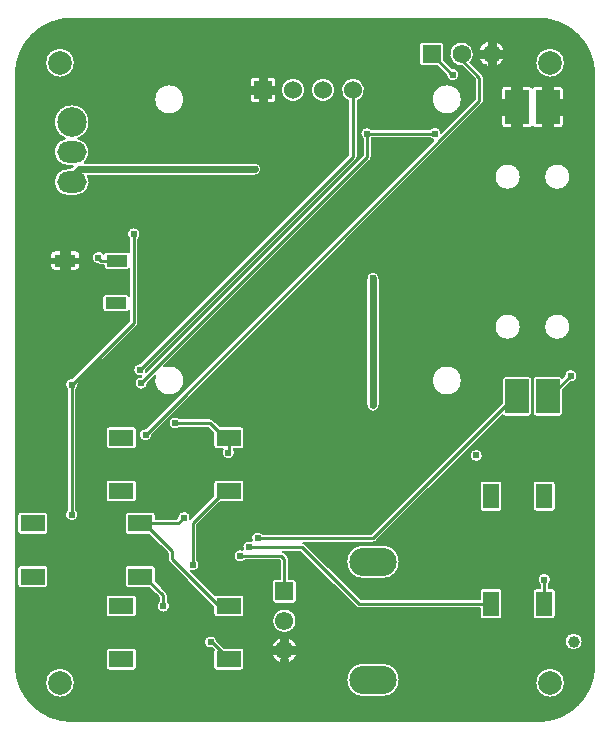
<source format=gtl>
G04 Layer: TopLayer*
G04 EasyEDA Pro v2.2.27.1, 2024-09-03 10:08:37*
G04 Gerber Generator version 0.3*
G04 Scale: 100 percent, Rotated: No, Reflected: No*
G04 Dimensions in millimeters*
G04 Leading zeros omitted, absolute positions, 3 integers and 5 decimals*
%FSLAX35Y35*%
%MOMM*%
%ADD10C,0.2032*%
%ADD11C,0.90508*%
%ADD12C,0.50508*%
%ADD13C,1.00508*%
%ADD14C,1.45508*%
%ADD15C,0.76708*%
%ADD16C,0.7801*%
%ADD17C,0.78008*%
%ADD18C,0.79248*%
%ADD19R,1.8X1.0*%
%ADD20R,2.1X1.40005*%
%ADD21R,1.524X1.524*%
%ADD22C,1.524*%
%ADD23R,1.40005X2.1*%
%ADD24R,1.55001X1.55001*%
%ADD25C,1.55001*%
%ADD26O,3.99999X2.4*%
%ADD27C,2.49999*%
%ADD28O,2.49999X1.8*%
%ADD29R,2.0X2.89999*%
%ADD30C,1.5748*%
%ADD31R,1.5748X1.5748*%
%ADD32C,2.0*%
%ADD33C,1.0*%
%ADD34C,0.61001*%
%ADD35C,0.6096*%
%ADD36C,0.254*%
%ADD37C,0.6*%
G75*


G04 Copper Start*
G36*
G01X25654Y5500000D02*
G02X500000Y5974346I474346J0D01*
G01X4450000Y5974346D01*
G02X4924346Y5500000I0J-474346D01*
G01X4924346Y500000D01*
G02X4450000Y25654I-474346J0D01*
G01X505310Y25654D01*
G03X499282Y26372I-6028J-24936D01*
G02X25654Y500000I0J473628D01*
G01X25654Y5500000D01*
G37*
%LPC*%
G36*
G01X39064Y1179852D02*
G03X64718Y1154198I25654J0D01*
G01X274718Y1154198D01*
G03X300372Y1179852I0J25654D01*
G01X300372Y1319857D01*
G03X274718Y1345511I-25654J0D01*
G01X64718Y1345511D01*
G03X39064Y1319857I0J-25654D01*
G01X39064Y1179852D01*
G37*
G36*
G01X39064Y1630143D02*
G03X64718Y1604489I25654J0D01*
G01X274718Y1604489D01*
G03X300372Y1630143I0J25654D01*
G01X300372Y1770148D01*
G03X274718Y1795802I-25654J0D01*
G01X64718Y1795802D01*
G03X39064Y1770148I0J-25654D01*
G01X39064Y1630143D01*
G37*
G36*
G01X274346Y5600000D02*
G03X525654Y5600000I125654J0D01*
G03X274346Y5600000I-125654J0D01*
G37*
G36*
G01X274346Y350000D02*
G03X525654Y350000I125654J0D01*
G03X274346Y350000I-125654J0D01*
G37*
G36*
G01X534698Y3839237D02*
G03X570512Y3875051I0J35814D01*
G01X570512Y3975051D01*
G03X534698Y4010865I-35814J0D01*
G01X354699Y4010865D01*
G03X318885Y3975051I0J-35814D01*
G01X318885Y3875051D01*
G03X354699Y3839237I35814J0D01*
G01X534698Y3839237D01*
G37*
G36*
G01X555292Y4957866D02*
G03X500000Y5248661I-55292J140140D01*
G03X444708Y4957866I0J-150654D01*
G03X465000Y4728353I20292J-113860D01*
G01X509640Y4728353D01*
G01X486947Y4705661D01*
G01X465000Y4705661D01*
G03X465000Y4474353I0J-115654D01*
G01X535000Y4474353D01*
G03X637093Y4644346I0J115654D01*
G01X2042520Y4644346D01*
G03X2106154Y4700000I7480J55654D01*
G03X2042520Y4755654I-56154J0D01*
G01X609630Y4755654D01*
G03X555292Y4957866I-74630J88353D01*
G37*
G36*
G01X448120Y2896489D02*
G03X461646Y2833985I51880J-21489D01*
G01X461646Y1816016D01*
G03X500000Y1718846I38354J-41016D01*
G03X538354Y1816016I0J56154D01*
G01X538354Y2833985D01*
G03X556123Y2876882I-38354J41016D01*
G01X1052120Y3372880D01*
G03X1063354Y3400000I-27120J27120D01*
G01X1063354Y4108984D01*
G03X1025000Y4206154I-38354J41016D01*
G03X986646Y4108984I0J-56154D01*
G01X986646Y3997848D01*
G03X974880Y4000705I-11766J-22797D01*
G01X794881Y4000705D01*
G03X770473Y3982948I0J-25654D01*
G03X674412Y3974376I-45473J-32948D01*
G03X727567Y3893905I50588J-24376D01*
G03X749949Y3886697I22382J31146D01*
G01X769227Y3886697D01*
G01X769227Y3875051D01*
G03X794881Y3849397I25654J0D01*
G01X974880Y3849397D01*
G03X986646Y3852254I0J25654D01*
G01X986646Y3628749D01*
G03X965000Y3640634I-21646J-13769D01*
G01X785000Y3640634D01*
G03X759346Y3614980I0J-25654D01*
G01X759346Y3514981D01*
G03X785000Y3489327I25654J0D01*
G01X965000Y3489327D01*
G03X986646Y3501212I0J25654D01*
G01X986646Y3415887D01*
G01X501882Y2931123D01*
G03X448120Y2896489I-1882J-56123D01*
G37*
G36*
G01X789064Y1904852D02*
G03X814718Y1879198I25654J0D01*
G01X1024718Y1879198D01*
G03X1050372Y1904852I0J25654D01*
G01X1050372Y2044857D01*
G03X1024718Y2070511I-25654J0D01*
G01X814718Y2070511D01*
G03X789064Y2044857I0J-25654D01*
G01X789064Y1904852D01*
G37*
G36*
G01X789064Y930143D02*
G03X814718Y904489I25654J0D01*
G01X1024718Y904489D01*
G03X1050372Y930143I0J25654D01*
G01X1050372Y1070148D01*
G03X1024718Y1095802I-25654J0D01*
G01X814718Y1095802D01*
G03X789064Y1070148I0J-25654D01*
G01X789064Y930143D01*
G37*
G36*
G01X789064Y479852D02*
G03X814718Y454198I25654J0D01*
G01X1024718Y454198D01*
G03X1050372Y479852I0J25654D01*
G01X1050372Y619857D01*
G03X1024718Y645511I-25654J0D01*
G01X814718Y645511D01*
G03X789064Y619857I0J-25654D01*
G01X789064Y479852D01*
G37*
G36*
G01X789064Y2355143D02*
G03X814718Y2329489I25654J0D01*
G01X1024718Y2329489D01*
G03X1050372Y2355143I0J25654D01*
G01X1050372Y2495148D01*
G03X1024718Y2520802I-25654J0D01*
G01X814718Y2520802D01*
G03X789064Y2495148I0J-25654D01*
G01X789064Y2355143D01*
G37*
G36*
G01X1236646Y1041016D02*
G03X1275000Y943846I38354J-41016D01*
G03X1313354Y1041016I0J56154D01*
G01X1313354Y1090160D01*
G03X1302120Y1117280I-38354J0D01*
G01X1210962Y1208439D01*
G01X1210962Y1319857D01*
G03X1185308Y1345511I-25654J0D01*
G01X975308Y1345511D01*
G03X949654Y1319857I0J-25654D01*
G01X949654Y1179852D01*
G03X975308Y1154198I25654J0D01*
G01X1156721Y1154198D01*
G01X1236646Y1074273D01*
G01X1236646Y1041016D01*
G37*
G36*
G01X1311646Y1449564D02*
G01X1311646Y1400000D01*
G03X1322880Y1372880I38354J0D01*
G01X1699654Y996105D01*
G01X1699654Y930143D01*
G03X1725308Y904489I25654J0D01*
G01X1935308Y904489D01*
G03X1960962Y930143I0J25654D01*
G01X1960962Y1070148D01*
G03X1935308Y1095802I-25654J0D01*
G01X1725308Y1095802D01*
G03X1712100Y1092141I0J-25654D01*
G01X1507646Y1296594D01*
G03X1573364Y1321466I17354J53406D01*
G03X1563354Y1391016I-48364J28534D01*
G01X1563354Y1688657D01*
G01X1753895Y1879198D01*
G01X1935308Y1879198D01*
G03X1960962Y1904852I0J25654D01*
G01X1960962Y2044857D01*
G03X1935308Y2070511I-25654J0D01*
G01X1725308Y2070511D01*
G03X1699654Y2044857I0J-25654D01*
G01X1699654Y1933439D01*
G01X1505029Y1738814D01*
G03X1454684Y1805959I-55029J11186D01*
G03X1393877Y1748118I-4684J-55959D01*
G01X1384259Y1738500D01*
G01X1210962Y1738500D01*
G01X1210962Y1770148D01*
G03X1185308Y1795802I-25654J0D01*
G01X975308Y1795802D01*
G03X949654Y1770148I0J-25654D01*
G01X949654Y1630143D01*
G03X975308Y1604489I25654J0D01*
G01X1156721Y1604489D01*
G01X1311646Y1449564D01*
G37*
G36*
G01X1019398Y2992146D02*
G03X1092353Y2946594I55602J7854D01*
G01X1089382Y2943623D01*
G03X1047793Y2847793I-1882J-56123D01*
G03X1143623Y2889382I39707J39707D01*
G01X1204163Y2949923D01*
G03X1414978Y2820028I120833J-39913D01*
G03X1285084Y3030843I-89982J89982D01*
G01X3027120Y4772880D01*
G03X3038354Y4800000I-27120J27120D01*
G01X3038354Y4958985D01*
G03X3041016Y4961646I-38354J41016D01*
G01X3533985Y4961646D01*
G03X3565427Y4944668I41016J38354D01*
G01X1126882Y2506123D01*
G03X1085293Y2410293I-1882J-56123D01*
G03X1181123Y2451882I39707J39707D01*
G01X3977121Y5247880D01*
G03X3988354Y5275000I-27120J27120D01*
G01X3988354Y5475000D01*
G03X3977121Y5502121I-38354J0D01*
G01X3875908Y5603333D01*
G03X3758599Y5770833I-75908J71667D01*
G03X3800153Y5570606I41402J-95833D01*
G01X3911646Y5459113D01*
G01X3911646Y5290887D01*
G01X3630333Y5009573D01*
G03X3533985Y5038354I-55332J-9573D01*
G01X3041016Y5038354D01*
G03X2960293Y5039707I-41016J-38354D01*
G03X2961646Y4958985I39707J-39707D01*
G01X2961646Y4815887D01*
G01X1128406Y2982647D01*
G03X1130602Y2992146I-53406J17353D01*
G03X1131123Y3001882I-55602J7854D01*
G01X2908120Y4778880D01*
G03X2919354Y4806000I-27120J27120D01*
G01X2919354Y5275643D01*
G03X2881000Y5471854I-38354J94357D01*
G03X2842646Y5275643I0J-101854D01*
G01X2842646Y4821887D01*
G01X1076882Y3056123D01*
G03X1019398Y2992146I-1882J-56123D01*
G37*
G36*
G01X1452250Y5289990D02*
G03X1197742Y5289990I-127254J0D01*
G03X1452250Y5289990I127254J0D01*
G37*
G36*
G01X1699654Y2466561D02*
G01X1699654Y2355143D01*
G03X1725308Y2329489I25654J0D01*
G01X1777212Y2329489D01*
G03X1825000Y2243846I47788J-29489D01*
G03X1872788Y2329489I0J56154D01*
G01X1935308Y2329489D01*
G03X1960962Y2355143I0J25654D01*
G01X1960962Y2495148D01*
G03X1935308Y2520802I-25654J0D01*
G01X1753895Y2520802D01*
G01X1697577Y2577120D01*
G03X1670456Y2588354I-27120J-27120D01*
G01X1416016Y2588354D01*
G03X1318846Y2550000I-41016J-38354D01*
G03X1416016Y2511646I56154J0D01*
G01X1654569Y2511646D01*
G01X1699654Y2466561D01*
G37*
G36*
G01X1699654Y619857D02*
G01X1699654Y479852D01*
G03X1725308Y454198I25654J0D01*
G01X1935308Y454198D01*
G03X1960962Y479852I0J25654D01*
G01X1960962Y619857D01*
G03X1935308Y645511I-25654J0D01*
G01X1788892Y645511D01*
G01X1730652Y703750D01*
G03X1629613Y729325I-55653J-7490D01*
G03X1684931Y640991I45387J-33065D01*
G01X1700308Y625613D01*
G03X1699654Y619857I25000J-5756D01*
G37*
G36*
G01X2116016Y1613354D02*
G03X2043240Y1621310I-41016J-38354D01*
G03X2024446Y1550554I31760J-46310D01*
G03X1949446Y1475554I-24446J-50554D01*
G03X1869796Y1414712I-24446J-50554D01*
G03X1966016Y1386646I55204J10288D01*
G01X2259102Y1386646D01*
G01X2261635Y1384113D01*
G01X2261635Y1228141D01*
G01X2222488Y1228141D01*
G03X2196834Y1202487I0J-25654D01*
G01X2196834Y1047486D01*
G03X2222488Y1021832I25654J0D01*
G01X2377489Y1021832D01*
G03X2403143Y1047486I0J25654D01*
G01X2403143Y1202487D01*
G03X2377489Y1228141I-25654J0D01*
G01X2338343Y1228141D01*
G01X2338343Y1400000D01*
G03X2327109Y1427120I-38354J0D01*
G01X2302109Y1452120D01*
G03X2286307Y1461646I-27120J-27120D01*
G01X2434113Y1461646D01*
G01X2903187Y992572D01*
G03X2930308Y981338I27120J27120D01*
G01X3954198Y981338D01*
G01X3954198Y914693D01*
G03X3979852Y889039I25654J0D01*
G01X4119857Y889039D01*
G03X4145511Y914693I0J25654D01*
G01X4145511Y1124692D01*
G03X4119857Y1150346I-25654J0D01*
G01X3979852Y1150346D01*
G03X3954198Y1124692I0J-25654D01*
G01X3954198Y1058046D01*
G01X2946195Y1058046D01*
G01X2477121Y1527120D01*
G03X2461318Y1536646I-27120J-27120D01*
G01X3050000Y1536646D01*
G03X3077120Y1547880I0J38354D01*
G01X4147302Y2618061D01*
G03X4170003Y2604355I22702J11949D01*
G01X4370003Y2604355D01*
G03X4395657Y2630009I0J25654D01*
G01X4395657Y2920009D01*
G03X4370003Y2945663I-25654J0D01*
G01X4170003Y2945663D01*
G03X4144349Y2920009I0J-25654D01*
G01X4144349Y2723590D01*
G01X3034113Y1613354D01*
G01X2116016Y1613354D01*
G37*
G36*
G01X2195200Y5257986D02*
G03X2231014Y5293800I0J35814D01*
G01X2231014Y5446200D01*
G03X2195200Y5482014I-35814J0D01*
G01X2042800Y5482014D01*
G03X2006986Y5446200I0J-35814D01*
G01X2006986Y5293800D01*
G03X2042800Y5257986I35814J0D01*
G01X2195200Y5257986D01*
G37*
G36*
G01X2299989Y738302D02*
G03X2299989Y511673I0J-113314D01*
G03X2299989Y738302I0J113314D01*
G37*
G36*
G01X2299989Y978155D02*
G03X2299989Y771846I0J-103154D01*
G03X2299989Y978155I0J103154D01*
G37*
G36*
G01X2271146Y5370000D02*
G03X2474854Y5370000I101854J0D01*
G03X2271146Y5370000I-101854J0D01*
G37*
G36*
G01X2525146Y5370000D02*
G03X2728854Y5370000I101854J0D01*
G03X2525146Y5370000I-101854J0D01*
G37*
G36*
G01X2970000Y1229345D02*
G01X3130000Y1229345D01*
G03X3130000Y1520653I0J145654D01*
G01X2970000Y1520653D01*
G03X2970000Y1229345I0J-145654D01*
G37*
G36*
G01X2970000Y229347D02*
G01X3130000Y229347D01*
G03X3130000Y520655I0J145654D01*
G01X2970000Y520655D01*
G03X2970000Y229347I0J-145654D01*
G37*
G36*
G01X3050000Y2643846D02*
G03X3105654Y2707480I0J56154D01*
G01X3105654Y3767520D01*
G03X3050000Y3831154I-55654J7480D01*
G03X2994346Y3767520I0J-56154D01*
G01X2994346Y2707480D01*
G03X3050000Y2643846I55654J-7480D01*
G37*
G36*
G01X3668886Y5497873D02*
G03X3767356Y5463132I56114J2127D01*
G03X3719370Y5555871I-42356J36868D01*
G01X3650394Y5624847D01*
G01X3650394Y5753740D01*
G03X3624740Y5779394I-25654J0D01*
G01X3467260Y5779394D01*
G03X3441606Y5753740I0J-25654D01*
G01X3441606Y5596260D01*
G03X3467260Y5570606I25654J0D01*
G01X3596153Y5570606D01*
G01X3668886Y5497873D01*
G37*
G36*
G01X3802258Y5289990D02*
G03X3547750Y5289990I-127254J0D01*
G03X3802258Y5289990I127254J0D01*
G37*
G36*
G01X3802258Y2910010D02*
G03X3547750Y2910010I-127254J0D01*
G03X3802258Y2910010I127254J0D01*
G37*
G36*
G01X3868846Y2275000D02*
G03X3981154Y2275000I56154J0D01*
G03X3868846Y2275000I-56154J0D01*
G37*
G36*
G01X3939446Y5675000D02*
G03X4168554Y5675000I114554J0D01*
G03X3939446Y5675000I-114554J0D01*
G37*
G36*
G01X3979852Y2060936D02*
G03X3954198Y2035282I0J-25654D01*
G01X3954198Y1825283D01*
G03X3979852Y1799629I25654J0D01*
G01X4119857Y1799629D01*
G03X4145511Y1825283I0J25654D01*
G01X4145511Y2035282D01*
G03X4119857Y2060936I-25654J0D01*
G01X3979852Y2060936D01*
G37*
G36*
G01X4300648Y3365000D02*
G03X4079338Y3365000I-110655J0D01*
G03X4300648Y3365000I110655J0D01*
G37*
G36*
G01X4300648Y4635000D02*
G03X4079338Y4635000I-110655J0D01*
G03X4300648Y4635000I110655J0D01*
G37*
G36*
G01X4370003Y5405805D02*
G01X4170003Y5405805D01*
G03X4134189Y5369991I0J-35814D01*
G01X4134189Y5079992D01*
G03X4170003Y5044178I35814J0D01*
G01X4370003Y5044178D01*
G03X4400000Y5060426I0J35814D01*
G03X4429997Y5044178I29997J19565D01*
G01X4629997Y5044178D01*
G03X4665811Y5079992I0J35814D01*
G01X4665811Y5369991D01*
G03X4629997Y5405805I-35814J0D01*
G01X4429997Y5405805D01*
G03X4400000Y5389556I0J-35814D01*
G03X4370003Y5405805I-29997J-19565D01*
G37*
G36*
G01X4629997Y2945663D02*
G01X4429997Y2945663D01*
G03X4404343Y2920009I0J-25654D01*
G01X4404343Y2630009D01*
G03X4429997Y2604355I25654J0D01*
G01X4629997Y2604355D01*
G03X4655651Y2630009I0J25654D01*
G01X4655651Y2826410D01*
G01X4723118Y2893877D01*
G03X4764707Y2989707I1882J56123D01*
G03X4668877Y2948118I-39707J-39707D01*
G01X4652705Y2931946D01*
G03X4629997Y2945663I-22708J-11937D01*
G37*
G36*
G01X4430143Y2060936D02*
G03X4404489Y2035282I0J-25654D01*
G01X4404489Y1825283D01*
G03X4430143Y1799629I25654J0D01*
G01X4570148Y1799629D01*
G03X4595802Y1825283I0J25654D01*
G01X4595802Y2035282D01*
G03X4570148Y2060936I-25654J0D01*
G01X4430143Y2060936D01*
G37*
G36*
G01X4538500Y1183985D02*
G03X4500146Y1281154I-38354J41016D01*
G03X4461792Y1183985I0J-56154D01*
G01X4461792Y1150346D01*
G01X4430143Y1150346D01*
G03X4404489Y1124692I0J-25654D01*
G01X4404489Y914693D01*
G03X4430143Y889039I25654J0D01*
G01X4570148Y889039D01*
G03X4595802Y914693I0J25654D01*
G01X4595802Y1124692D01*
G03X4570148Y1150346I-25654J0D01*
G01X4538500Y1150346D01*
G01X4538500Y1183985D01*
G37*
G36*
G01X4424346Y5600000D02*
G03X4675654Y5600000I125654J0D01*
G03X4424346Y5600000I-125654J0D01*
G37*
G36*
G01X4424346Y350000D02*
G03X4675654Y350000I125654J0D01*
G03X4424346Y350000I-125654J0D01*
G37*
G36*
G01X4720662Y3365000D02*
G03X4499352Y3365000I-110655J0D01*
G03X4720662Y3365000I110655J0D01*
G37*
G36*
G01X4720662Y4635000D02*
G03X4499352Y4635000I-110655J0D01*
G03X4720662Y4635000I110655J0D01*
G37*
G36*
G01X4674346Y700000D02*
G03X4825654Y700000I75654J0D01*
G03X4674346Y700000I-75654J0D01*
G37*
%LPD*%
G54D10*
G01X25654Y5500000D02*
G02X500000Y5974346I474346J0D01*
G01X4450000Y5974346D01*
G02X4924346Y5500000I0J-474346D01*
G01X4924346Y500000D01*
G02X4450000Y25654I-474346J0D01*
G01X505310Y25654D01*
G03X499282Y26372I-6028J-24936D01*
G02X25654Y500000I0J473628D01*
G01X25654Y5500000D01*
G01X39064Y1179852D02*
G03X64718Y1154198I25654J0D01*
G01X274718Y1154198D01*
G03X300372Y1179852I0J25654D01*
G01X300372Y1319857D01*
G03X274718Y1345511I-25654J0D01*
G01X64718Y1345511D01*
G03X39064Y1319857I0J-25654D01*
G01X39064Y1179852D01*
G01X39064Y1630143D02*
G03X64718Y1604489I25654J0D01*
G01X274718Y1604489D01*
G03X300372Y1630143I0J25654D01*
G01X300372Y1770148D01*
G03X274718Y1795802I-25654J0D01*
G01X64718Y1795802D01*
G03X39064Y1770148I0J-25654D01*
G01X39064Y1630143D01*
G01X274346Y5600000D02*
G03X525654Y5600000I125654J0D01*
G03X274346Y5600000I-125654J0D01*
G01X274346Y350000D02*
G03X525654Y350000I125654J0D01*
G03X274346Y350000I-125654J0D01*
G01X534698Y3839237D02*
G03X570512Y3875051I0J35814D01*
G01X570512Y3975051D01*
G03X534698Y4010865I-35814J0D01*
G01X354699Y4010865D01*
G03X318885Y3975051I0J-35814D01*
G01X318885Y3875051D01*
G03X354699Y3839237I35814J0D01*
G01X534698Y3839237D01*
G01X555292Y4957866D02*
G03X500000Y5248661I-55292J140140D01*
G03X444708Y4957866I0J-150654D01*
G03X465000Y4728353I20292J-113860D01*
G01X509640Y4728353D01*
G01X486947Y4705661D01*
G01X465000Y4705661D01*
G03X465000Y4474353I0J-115654D01*
G01X535000Y4474353D01*
G03X637093Y4644346I0J115654D01*
G01X2042520Y4644346D01*
G03X2106154Y4700000I7480J55654D01*
G03X2042520Y4755654I-56154J0D01*
G01X609630Y4755654D01*
G03X555292Y4957866I-74630J88353D01*
G01X448120Y2896489D02*
G03X461646Y2833985I51880J-21489D01*
G01X461646Y1816016D01*
G03X500000Y1718846I38354J-41016D01*
G03X538354Y1816016I0J56154D01*
G01X538354Y2833985D01*
G03X556123Y2876882I-38354J41016D01*
G01X1052120Y3372880D01*
G03X1063354Y3400000I-27120J27120D01*
G01X1063354Y4108984D01*
G03X1025000Y4206154I-38354J41016D01*
G03X986646Y4108984I0J-56154D01*
G01X986646Y3997848D01*
G03X974880Y4000705I-11766J-22797D01*
G01X794881Y4000705D01*
G03X770473Y3982948I0J-25654D01*
G03X674412Y3974376I-45473J-32948D01*
G03X727567Y3893905I50588J-24376D01*
G03X749949Y3886697I22382J31146D01*
G01X769227Y3886697D01*
G01X769227Y3875051D01*
G03X794881Y3849397I25654J0D01*
G01X974880Y3849397D01*
G03X986646Y3852254I0J25654D01*
G01X986646Y3628749D01*
G03X965000Y3640634I-21646J-13769D01*
G01X785000Y3640634D01*
G03X759346Y3614980I0J-25654D01*
G01X759346Y3514981D01*
G03X785000Y3489327I25654J0D01*
G01X965000Y3489327D01*
G03X986646Y3501212I0J25654D01*
G01X986646Y3415887D01*
G01X501882Y2931123D01*
G03X448120Y2896489I-1882J-56123D01*
G01X789064Y1904852D02*
G03X814718Y1879198I25654J0D01*
G01X1024718Y1879198D01*
G03X1050372Y1904852I0J25654D01*
G01X1050372Y2044857D01*
G03X1024718Y2070511I-25654J0D01*
G01X814718Y2070511D01*
G03X789064Y2044857I0J-25654D01*
G01X789064Y1904852D01*
G01X789064Y930143D02*
G03X814718Y904489I25654J0D01*
G01X1024718Y904489D01*
G03X1050372Y930143I0J25654D01*
G01X1050372Y1070148D01*
G03X1024718Y1095802I-25654J0D01*
G01X814718Y1095802D01*
G03X789064Y1070148I0J-25654D01*
G01X789064Y930143D01*
G01X789064Y479852D02*
G03X814718Y454198I25654J0D01*
G01X1024718Y454198D01*
G03X1050372Y479852I0J25654D01*
G01X1050372Y619857D01*
G03X1024718Y645511I-25654J0D01*
G01X814718Y645511D01*
G03X789064Y619857I0J-25654D01*
G01X789064Y479852D01*
G01X789064Y2355143D02*
G03X814718Y2329489I25654J0D01*
G01X1024718Y2329489D01*
G03X1050372Y2355143I0J25654D01*
G01X1050372Y2495148D01*
G03X1024718Y2520802I-25654J0D01*
G01X814718Y2520802D01*
G03X789064Y2495148I0J-25654D01*
G01X789064Y2355143D01*
G01X1236646Y1041016D02*
G03X1275000Y943846I38354J-41016D01*
G03X1313354Y1041016I0J56154D01*
G01X1313354Y1090160D01*
G03X1302120Y1117280I-38354J0D01*
G01X1210962Y1208439D01*
G01X1210962Y1319857D01*
G03X1185308Y1345511I-25654J0D01*
G01X975308Y1345511D01*
G03X949654Y1319857I0J-25654D01*
G01X949654Y1179852D01*
G03X975308Y1154198I25654J0D01*
G01X1156721Y1154198D01*
G01X1236646Y1074273D01*
G01X1236646Y1041016D01*
G01X1311646Y1449564D02*
G01X1311646Y1400000D01*
G03X1322880Y1372880I38354J0D01*
G01X1699654Y996105D01*
G01X1699654Y930143D01*
G03X1725308Y904489I25654J0D01*
G01X1935308Y904489D01*
G03X1960962Y930143I0J25654D01*
G01X1960962Y1070148D01*
G03X1935308Y1095802I-25654J0D01*
G01X1725308Y1095802D01*
G03X1712100Y1092141I0J-25654D01*
G01X1507646Y1296594D01*
G03X1573364Y1321466I17354J53406D01*
G03X1563354Y1391016I-48364J28534D01*
G01X1563354Y1688657D01*
G01X1753895Y1879198D01*
G01X1935308Y1879198D01*
G03X1960962Y1904852I0J25654D01*
G01X1960962Y2044857D01*
G03X1935308Y2070511I-25654J0D01*
G01X1725308Y2070511D01*
G03X1699654Y2044857I0J-25654D01*
G01X1699654Y1933439D01*
G01X1505029Y1738814D01*
G03X1454684Y1805959I-55029J11186D01*
G03X1393877Y1748118I-4684J-55959D01*
G01X1384259Y1738500D01*
G01X1210962Y1738500D01*
G01X1210962Y1770148D01*
G03X1185308Y1795802I-25654J0D01*
G01X975308Y1795802D01*
G03X949654Y1770148I0J-25654D01*
G01X949654Y1630143D01*
G03X975308Y1604489I25654J0D01*
G01X1156721Y1604489D01*
G01X1311646Y1449564D01*
G01X1019398Y2992146D02*
G03X1092353Y2946594I55602J7854D01*
G01X1089382Y2943623D01*
G03X1047793Y2847793I-1882J-56123D01*
G03X1143623Y2889382I39707J39707D01*
G01X1204163Y2949923D01*
G03X1414978Y2820028I120833J-39913D01*
G03X1285084Y3030843I-89982J89982D01*
G01X3027120Y4772880D01*
G03X3038354Y4800000I-27120J27120D01*
G01X3038354Y4958985D01*
G03X3041016Y4961646I-38354J41016D01*
G01X3533985Y4961646D01*
G03X3565427Y4944668I41016J38354D01*
G01X1126882Y2506123D01*
G03X1085293Y2410293I-1882J-56123D01*
G03X1181123Y2451882I39707J39707D01*
G01X3977121Y5247880D01*
G03X3988354Y5275000I-27120J27120D01*
G01X3988354Y5475000D01*
G03X3977121Y5502121I-38354J0D01*
G01X3875908Y5603333D01*
G03X3758599Y5770833I-75908J71667D01*
G03X3800153Y5570606I41402J-95833D01*
G01X3911646Y5459113D01*
G01X3911646Y5290887D01*
G01X3630333Y5009573D01*
G03X3533985Y5038354I-55332J-9573D01*
G01X3041016Y5038354D01*
G03X2960293Y5039707I-41016J-38354D01*
G03X2961646Y4958985I39707J-39707D01*
G01X2961646Y4815887D01*
G01X1128406Y2982647D01*
G03X1130602Y2992146I-53406J17353D01*
G03X1131123Y3001882I-55602J7854D01*
G01X2908120Y4778880D01*
G03X2919354Y4806000I-27120J27120D01*
G01X2919354Y5275643D01*
G03X2881000Y5471854I-38354J94357D01*
G03X2842646Y5275643I0J-101854D01*
G01X2842646Y4821887D01*
G01X1076882Y3056123D01*
G03X1019398Y2992146I-1882J-56123D01*
G01X1452250Y5289990D02*
G03X1197742Y5289990I-127254J0D01*
G03X1452250Y5289990I127254J0D01*
G01X1699654Y2466561D02*
G01X1699654Y2355143D01*
G03X1725308Y2329489I25654J0D01*
G01X1777212Y2329489D01*
G03X1825000Y2243846I47788J-29489D01*
G03X1872788Y2329489I0J56154D01*
G01X1935308Y2329489D01*
G03X1960962Y2355143I0J25654D01*
G01X1960962Y2495148D01*
G03X1935308Y2520802I-25654J0D01*
G01X1753895Y2520802D01*
G01X1697577Y2577120D01*
G03X1670456Y2588354I-27120J-27120D01*
G01X1416016Y2588354D01*
G03X1318846Y2550000I-41016J-38354D01*
G03X1416016Y2511646I56154J0D01*
G01X1654569Y2511646D01*
G01X1699654Y2466561D01*
G01X1699654Y619857D02*
G01X1699654Y479852D01*
G03X1725308Y454198I25654J0D01*
G01X1935308Y454198D01*
G03X1960962Y479852I0J25654D01*
G01X1960962Y619857D01*
G03X1935308Y645511I-25654J0D01*
G01X1788892Y645511D01*
G01X1730652Y703750D01*
G03X1629613Y729325I-55653J-7490D01*
G03X1684931Y640991I45387J-33065D01*
G01X1700308Y625613D01*
G03X1699654Y619857I25000J-5756D01*
G01X2116016Y1613354D02*
G03X2043240Y1621310I-41016J-38354D01*
G03X2024446Y1550554I31760J-46310D01*
G03X1949446Y1475554I-24446J-50554D01*
G03X1869796Y1414712I-24446J-50554D01*
G03X1966016Y1386646I55204J10288D01*
G01X2259102Y1386646D01*
G01X2261635Y1384113D01*
G01X2261635Y1228141D01*
G01X2222488Y1228141D01*
G03X2196834Y1202487I0J-25654D01*
G01X2196834Y1047486D01*
G03X2222488Y1021832I25654J0D01*
G01X2377489Y1021832D01*
G03X2403143Y1047486I0J25654D01*
G01X2403143Y1202487D01*
G03X2377489Y1228141I-25654J0D01*
G01X2338343Y1228141D01*
G01X2338343Y1400000D01*
G03X2327109Y1427120I-38354J0D01*
G01X2302109Y1452120D01*
G03X2286307Y1461646I-27120J-27120D01*
G01X2434113Y1461646D01*
G01X2903187Y992572D01*
G03X2930308Y981338I27120J27120D01*
G01X3954198Y981338D01*
G01X3954198Y914693D01*
G03X3979852Y889039I25654J0D01*
G01X4119857Y889039D01*
G03X4145511Y914693I0J25654D01*
G01X4145511Y1124692D01*
G03X4119857Y1150346I-25654J0D01*
G01X3979852Y1150346D01*
G03X3954198Y1124692I0J-25654D01*
G01X3954198Y1058046D01*
G01X2946195Y1058046D01*
G01X2477121Y1527120D01*
G03X2461318Y1536646I-27120J-27120D01*
G01X3050000Y1536646D01*
G03X3077120Y1547880I0J38354D01*
G01X4147302Y2618061D01*
G03X4170003Y2604355I22702J11949D01*
G01X4370003Y2604355D01*
G03X4395657Y2630009I0J25654D01*
G01X4395657Y2920009D01*
G03X4370003Y2945663I-25654J0D01*
G01X4170003Y2945663D01*
G03X4144349Y2920009I0J-25654D01*
G01X4144349Y2723590D01*
G01X3034113Y1613354D01*
G01X2116016Y1613354D01*
G01X2195200Y5257986D02*
G03X2231014Y5293800I0J35814D01*
G01X2231014Y5446200D01*
G03X2195200Y5482014I-35814J0D01*
G01X2042800Y5482014D01*
G03X2006986Y5446200I0J-35814D01*
G01X2006986Y5293800D01*
G03X2042800Y5257986I35814J0D01*
G01X2195200Y5257986D01*
G01X2299989Y738302D02*
G03X2299989Y511673I0J-113314D01*
G03X2299989Y738302I0J113314D01*
G01X2299989Y978155D02*
G03X2299989Y771846I0J-103154D01*
G03X2299989Y978155I0J103154D01*
G01X2271146Y5370000D02*
G03X2474854Y5370000I101854J0D01*
G03X2271146Y5370000I-101854J0D01*
G01X2525146Y5370000D02*
G03X2728854Y5370000I101854J0D01*
G03X2525146Y5370000I-101854J0D01*
G01X2970000Y1229345D02*
G01X3130000Y1229345D01*
G03X3130000Y1520653I0J145654D01*
G01X2970000Y1520653D01*
G03X2970000Y1229345I0J-145654D01*
G01X2970000Y229347D02*
G01X3130000Y229347D01*
G03X3130000Y520655I0J145654D01*
G01X2970000Y520655D01*
G03X2970000Y229347I0J-145654D01*
G01X3050000Y2643846D02*
G03X3105654Y2707480I0J56154D01*
G01X3105654Y3767520D01*
G03X3050000Y3831154I-55654J7480D01*
G03X2994346Y3767520I0J-56154D01*
G01X2994346Y2707480D01*
G03X3050000Y2643846I55654J-7480D01*
G01X3668886Y5497873D02*
G03X3767356Y5463132I56114J2127D01*
G03X3719370Y5555871I-42356J36868D01*
G01X3650394Y5624847D01*
G01X3650394Y5753740D01*
G03X3624740Y5779394I-25654J0D01*
G01X3467260Y5779394D01*
G03X3441606Y5753740I0J-25654D01*
G01X3441606Y5596260D01*
G03X3467260Y5570606I25654J0D01*
G01X3596153Y5570606D01*
G01X3668886Y5497873D01*
G01X3802258Y5289990D02*
G03X3547750Y5289990I-127254J0D01*
G03X3802258Y5289990I127254J0D01*
G01X3802258Y2910010D02*
G03X3547750Y2910010I-127254J0D01*
G03X3802258Y2910010I127254J0D01*
G01X3868846Y2275000D02*
G03X3981154Y2275000I56154J0D01*
G03X3868846Y2275000I-56154J0D01*
G01X3939446Y5675000D02*
G03X4168554Y5675000I114554J0D01*
G03X3939446Y5675000I-114554J0D01*
G01X3979852Y2060936D02*
G03X3954198Y2035282I0J-25654D01*
G01X3954198Y1825283D01*
G03X3979852Y1799629I25654J0D01*
G01X4119857Y1799629D01*
G03X4145511Y1825283I0J25654D01*
G01X4145511Y2035282D01*
G03X4119857Y2060936I-25654J0D01*
G01X3979852Y2060936D01*
G01X4300648Y3365000D02*
G03X4079338Y3365000I-110655J0D01*
G03X4300648Y3365000I110655J0D01*
G01X4300648Y4635000D02*
G03X4079338Y4635000I-110655J0D01*
G03X4300648Y4635000I110655J0D01*
G01X4370003Y5405805D02*
G01X4170003Y5405805D01*
G03X4134189Y5369991I0J-35814D01*
G01X4134189Y5079992D01*
G03X4170003Y5044178I35814J0D01*
G01X4370003Y5044178D01*
G03X4400000Y5060426I0J35814D01*
G03X4429997Y5044178I29997J19565D01*
G01X4629997Y5044178D01*
G03X4665811Y5079992I0J35814D01*
G01X4665811Y5369991D01*
G03X4629997Y5405805I-35814J0D01*
G01X4429997Y5405805D01*
G03X4400000Y5389556I0J-35814D01*
G03X4370003Y5405805I-29997J-19565D01*
G01X4629997Y2945663D02*
G01X4429997Y2945663D01*
G03X4404343Y2920009I0J-25654D01*
G01X4404343Y2630009D01*
G03X4429997Y2604355I25654J0D01*
G01X4629997Y2604355D01*
G03X4655651Y2630009I0J25654D01*
G01X4655651Y2826410D01*
G01X4723118Y2893877D01*
G03X4764707Y2989707I1882J56123D01*
G03X4668877Y2948118I-39707J-39707D01*
G01X4652705Y2931946D01*
G03X4629997Y2945663I-22708J-11937D01*
G01X4430143Y2060936D02*
G03X4404489Y2035282I0J-25654D01*
G01X4404489Y1825283D01*
G03X4430143Y1799629I25654J0D01*
G01X4570148Y1799629D01*
G03X4595802Y1825283I0J25654D01*
G01X4595802Y2035282D01*
G03X4570148Y2060936I-25654J0D01*
G01X4430143Y2060936D01*
G01X4538500Y1183985D02*
G03X4500146Y1281154I-38354J41016D01*
G03X4461792Y1183985I0J-56154D01*
G01X4461792Y1150346D01*
G01X4430143Y1150346D01*
G03X4404489Y1124692I0J-25654D01*
G01X4404489Y914693D01*
G03X4430143Y889039I25654J0D01*
G01X4570148Y889039D01*
G03X4595802Y914693I0J25654D01*
G01X4595802Y1124692D01*
G03X4570148Y1150346I-25654J0D01*
G01X4538500Y1150346D01*
G01X4538500Y1183985D01*
G01X4424346Y5600000D02*
G03X4675654Y5600000I125654J0D01*
G03X4424346Y5600000I-125654J0D01*
G01X4424346Y350000D02*
G03X4675654Y350000I125654J0D01*
G03X4424346Y350000I-125654J0D01*
G01X4720662Y3365000D02*
G03X4499352Y3365000I-110655J0D01*
G03X4720662Y3365000I110655J0D01*
G01X4720662Y4635000D02*
G03X4499352Y4635000I-110655J0D01*
G03X4720662Y4635000I110655J0D01*
G01X4674346Y700000D02*
G03X4825654Y700000I75654J0D01*
G03X4674346Y700000I-75654J0D01*
G54D11*
G01X444699Y3875305D02*
G01X444699Y3849397D01*
G01X444699Y3974797D02*
G01X444699Y4000705D01*
G54D12*
G01X354953Y3925051D02*
G01X329045Y3925051D01*
G01X534444Y3925051D02*
G01X560352Y3925051D01*
G54D13*
G01X4270003Y5369737D02*
G01X4270003Y5395645D01*
G01X4270003Y5080246D02*
G01X4270003Y5054338D01*
G54D14*
G01X4170257Y5224991D02*
G01X4144349Y5224991D01*
G54D13*
G01X4529997Y5369737D02*
G01X4529997Y5395645D01*
G01X4529997Y5080246D02*
G01X4529997Y5054338D01*
G54D14*
G01X4629743Y5224991D02*
G01X4655651Y5224991D01*
G54D15*
G01X2043054Y5370000D02*
G01X2017146Y5370000D01*
G01X2194946Y5370000D02*
G01X2220854Y5370000D01*
G01X2119000Y5445946D02*
G01X2119000Y5471854D01*
G01X2119000Y5294054D02*
G01X2119000Y5268146D01*
G54D17*
G01X2299989Y702234D02*
G01X2299989Y728142D01*
G01X2299989Y547741D02*
G01X2299989Y521833D01*
G01X2377235Y624988D02*
G01X2403143Y624988D01*
G01X2222742Y624988D02*
G01X2196834Y624988D01*
G54D18*
G01X3975514Y5675000D02*
G01X3949606Y5675000D01*
G01X4132486Y5675000D02*
G01X4158394Y5675000D01*
G01X4054000Y5753486D02*
G01X4054000Y5779394D01*
G01X4054000Y5596514D02*
G01X4054000Y5570606D01*
G04 Copper End*

G04 Pad Start*
G54D19*
G01X444699Y3925051D03*
G01X884881Y3925051D03*
G01X875000Y3564980D03*
G54D20*
G01X169718Y1249854D03*
G01X1080308Y1249854D03*
G01X1080308Y1700146D03*
G01X169718Y1700146D03*
G01X919718Y1974855D03*
G01X1830308Y1974855D03*
G01X1830308Y2425146D03*
G01X919718Y2425146D03*
G54D21*
G01X2119000Y5370000D03*
G54D22*
G01X2373000Y5370000D03*
G01X2627000Y5370000D03*
G01X2881000Y5370000D03*
G54D23*
G01X4049854Y1930282D03*
G01X4049854Y1019692D03*
G01X4500146Y1019692D03*
G01X4500146Y1930282D03*
G54D24*
G01X2299989Y1124987D03*
G54D25*
G01X2299989Y875000D03*
G01X2299989Y624988D03*
G54D26*
G01X3050000Y375001D03*
G01X3050000Y1374999D03*
G54D27*
G01X500000Y5098007D03*
G54D28*
G01X500000Y4844007D03*
G01X500000Y4590007D03*
G54D29*
G01X4529997Y2775009D03*
G01X4270003Y2775009D03*
G01X4529997Y5224991D03*
G01X4270003Y5224991D03*
G54D20*
G01X919718Y549854D03*
G01X1830308Y549854D03*
G01X1830308Y1000146D03*
G01X919718Y1000146D03*
G54D30*
G01X4054000Y5675000D03*
G01X3800000Y5675000D03*
G54D31*
G01X3546000Y5675000D03*
G54D32*
G01X400000Y5600000D03*
G01X4550000Y5600000D03*
G01X400000Y350000D03*
G01X4550000Y350000D03*
G54D33*
G01X4750000Y700000D03*
G04 Pad End*

G04 Via Start*
G54D34*
G01X2050000Y4700000D03*
G01X1075000Y3000000D03*
G01X3000000Y5000000D03*
G01X3575000Y5000000D03*
G01X3050000Y2700000D03*
G01X3050000Y3775000D03*
G01X2075000Y1575000D03*
G01X1675000Y696260D03*
G01X1275000Y1000000D03*
G01X1087500Y2887500D03*
G01X1125000Y2450000D03*
G01X725000Y3950000D03*
G01X1375000Y2550000D03*
G01X2000000Y1500000D03*
G01X4500146Y1225000D03*
G01X500000Y2875000D03*
G01X3725000Y5500000D03*
G01X4725000Y2950000D03*
G01X3925000Y2275000D03*
G01X1450000Y1750000D03*
G01X1825000Y2300000D03*
G01X1925000Y1425000D03*
G01X1525000Y1350000D03*
G01X500000Y1775000D03*
G01X1025000Y4150000D03*
G54D35*
G01X2978480Y5561520D03*
G01X3994480Y5561520D03*
G01X946480Y5053520D03*
G01X1454480Y5053520D03*
G01X1962480Y5053520D03*
G01X2470480Y5053520D03*
G01X3994480Y5053520D03*
G01X946480Y4545520D03*
G01X1454480Y4545520D03*
G01X1962480Y4545520D03*
G01X3486480Y4545520D03*
G01X438480Y4037520D03*
G01X946480Y4037520D03*
G01X3486480Y4037520D03*
G01X3994480Y4037520D03*
G01X4502480Y4037520D03*
G01X1454480Y3529520D03*
G01X1962480Y3529520D03*
G01X2470480Y3529520D03*
G01X3486480Y3529520D03*
G01X3994480Y3529520D03*
G01X438480Y3021520D03*
G01X1454480Y3021520D03*
G01X1962480Y3021520D03*
G01X2470480Y3021520D03*
G01X3486480Y3021520D03*
G01X3994480Y3021520D03*
G01X4502480Y3021520D03*
G01X3486480Y2513520D03*
G01X4502480Y2513520D03*
G01X438480Y1497520D03*
G01X3486480Y1497520D03*
G01X3994480Y1497520D03*
G01X4502480Y1497520D03*
G01X438480Y989520D03*
G01X1454480Y989520D03*
G01X2470480Y989520D03*
G01X1454480Y481520D03*
G01X2470480Y481520D03*
G01X3486480Y481520D03*
G01X3994480Y481520D03*
G04 Via End*

G04 Track Start*
G54D36*
G01X1075000Y3000000D02*
G01X2881000Y4806000D01*
G01X2881000Y5370000D01*
G01X3000000Y5000000D02*
G01X3000000Y4800000D01*
G01X3575000Y5000000D02*
G01X3000000Y5000000D01*
G54D37*
G01X3050000Y2700000D02*
G01X3050000Y3775000D01*
G54D36*
G01X3800000Y5625000D02*
G01X3800000Y5675000D01*
G01X3950000Y5475000D02*
G01X3800000Y5625000D01*
G01X3950000Y5275000D02*
G01X3950000Y5475000D01*
G01X1675000Y696260D02*
G01X1683902Y696260D01*
G01X1830308Y549854D01*
G01X1275000Y1000000D02*
G01X1275000Y1090160D01*
G01X1115305Y1249854D02*
G01X1080308Y1249854D01*
G01X1275000Y1090160D02*
G01X1115305Y1249854D01*
G01X1830308Y1974855D02*
G01X1795310Y1974855D01*
G01X1525000Y1704544D01*
G01X3000000Y4800000D02*
G01X1087500Y2887500D01*
G01X1125000Y2450000D02*
G01X3950000Y5275000D01*
G01X884881Y3925051D02*
G01X749949Y3925051D01*
G01X725000Y3950000D01*
G01X1795310Y2425146D02*
G01X1670456Y2550000D01*
G01X1375000Y2550000D01*
G01X1830308Y2425146D02*
G01X1795310Y2425146D01*
G01X4049854Y1019692D02*
G01X2930308Y1019692D01*
G01X2450000Y1500000D01*
G01X2000000Y1500000D01*
G01X4500146Y1019692D02*
G01X4500146Y1225000D01*
G01X3546000Y5675000D02*
G01X3721000Y5500000D01*
G01X3725000Y5500000D01*
G01X1080308Y1700146D02*
G01X1115305Y1700146D01*
G01X1350000Y1465451D01*
G01X1350000Y1400000D01*
G01X1749855Y1000146D02*
G01X1830308Y1000146D01*
G01X1350000Y1400000D02*
G01X1749855Y1000146D01*
G01X1400146Y1700146D02*
G01X1450000Y1750000D01*
G01X1825000Y2300000D02*
G01X1830308Y2305308D01*
G01X1115305Y1700146D02*
G01X1400146Y1700146D01*
G01X1830308Y2305308D02*
G01X1830308Y2425146D01*
G01X2299989Y1124987D02*
G01X2299989Y1400000D01*
G01X2274989Y1425000D01*
G01X1925000Y1425000D01*
G01X1525000Y1350000D02*
G01X1525000Y1704544D01*
G01X500000Y1775000D02*
G01X500000Y2875000D01*
G01X1025000Y3400000D01*
G01X1025000Y4150000D01*
G01X2075000Y1575000D02*
G01X3050000Y1575000D01*
G01X4250009Y2775009D02*
G01X4270003Y2775009D01*
G01X3050000Y1575000D02*
G01X4250009Y2775009D01*
G01X4529997Y2775009D02*
G01X4550009Y2775009D01*
G01X4725000Y2950000D01*
G54D37*
G01X559993Y4700000D02*
G01X2050000Y4700000D01*
G01X500000Y4590007D02*
G01X500000Y4640007D01*
G01X559993Y4700000D01*
G04 Track End*

M02*


</source>
